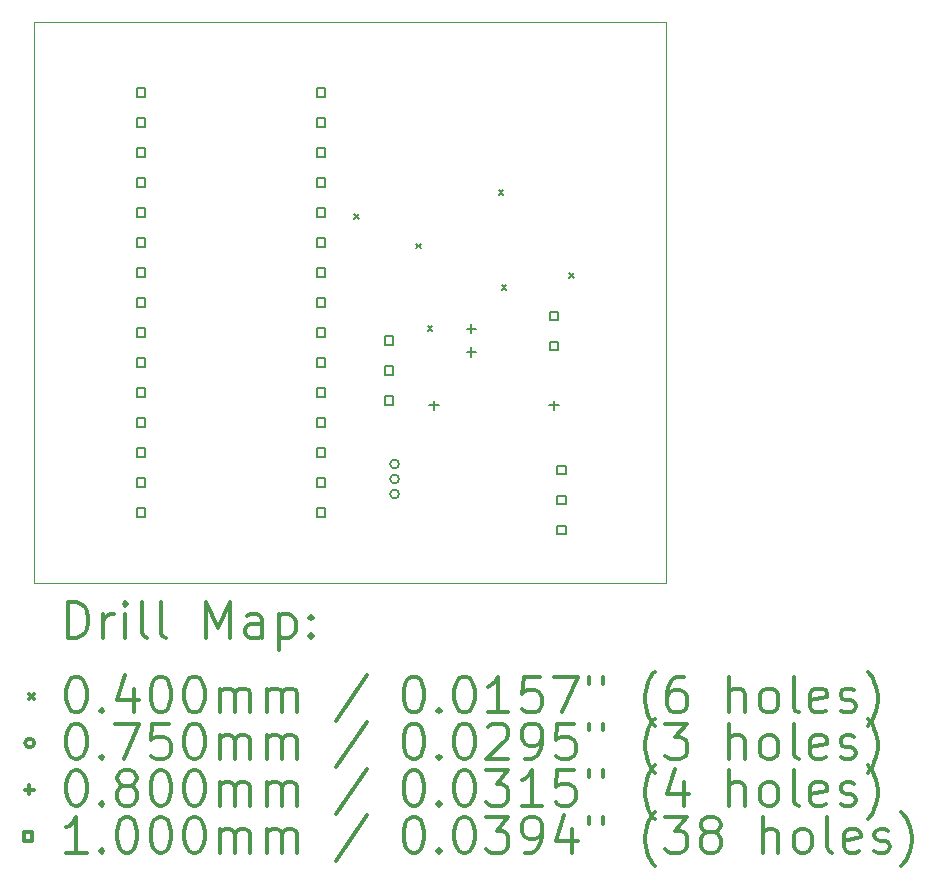
<source format=gbr>
%FSLAX45Y45*%
G04 Gerber Fmt 4.5, Leading zero omitted, Abs format (unit mm)*
G04 Created by KiCad (PCBNEW (5.1.10)-1) date 2021-11-22 17:18:16*
%MOMM*%
%LPD*%
G01*
G04 APERTURE LIST*
%TA.AperFunction,Profile*%
%ADD10C,0.050000*%
%TD*%
%ADD11C,0.200000*%
%ADD12C,0.300000*%
G04 APERTURE END LIST*
D10*
X12100000Y-12000000D02*
X12100000Y-7250000D01*
X17450000Y-12000000D02*
X12100000Y-12000000D01*
X17450000Y-7250000D02*
X17450000Y-12000000D01*
X12100000Y-7250000D02*
X17450000Y-7250000D01*
D11*
X14807499Y-8880000D02*
X14847499Y-8920000D01*
X14847499Y-8880000D02*
X14807499Y-8920000D01*
X15330000Y-9130000D02*
X15370000Y-9170000D01*
X15370000Y-9130000D02*
X15330000Y-9170000D01*
X15430000Y-9830000D02*
X15470000Y-9870000D01*
X15470000Y-9830000D02*
X15430000Y-9870000D01*
X16030000Y-8680000D02*
X16070000Y-8720000D01*
X16070000Y-8680000D02*
X16030000Y-8720000D01*
X16055000Y-9480000D02*
X16095000Y-9520000D01*
X16095000Y-9480000D02*
X16055000Y-9520000D01*
X16630000Y-9380000D02*
X16670000Y-9420000D01*
X16670000Y-9380000D02*
X16630000Y-9420000D01*
X15187500Y-10996000D02*
G75*
G03*
X15187500Y-10996000I-37500J0D01*
G01*
X15187500Y-11123000D02*
G75*
G03*
X15187500Y-11123000I-37500J0D01*
G01*
X15187500Y-11250000D02*
G75*
G03*
X15187500Y-11250000I-37500J0D01*
G01*
X15484000Y-10460000D02*
X15484000Y-10540000D01*
X15444000Y-10500000D02*
X15524000Y-10500000D01*
X15800000Y-9810000D02*
X15800000Y-9890000D01*
X15760000Y-9850000D02*
X15840000Y-9850000D01*
X15800000Y-10010000D02*
X15800000Y-10090000D01*
X15760000Y-10050000D02*
X15840000Y-10050000D01*
X16500000Y-10460000D02*
X16500000Y-10540000D01*
X16460000Y-10500000D02*
X16540000Y-10500000D01*
X13035356Y-7885356D02*
X13035356Y-7814644D01*
X12964644Y-7814644D01*
X12964644Y-7885356D01*
X13035356Y-7885356D01*
X13035356Y-8139356D02*
X13035356Y-8068644D01*
X12964644Y-8068644D01*
X12964644Y-8139356D01*
X13035356Y-8139356D01*
X13035356Y-8393356D02*
X13035356Y-8322644D01*
X12964644Y-8322644D01*
X12964644Y-8393356D01*
X13035356Y-8393356D01*
X13035356Y-8647356D02*
X13035356Y-8576644D01*
X12964644Y-8576644D01*
X12964644Y-8647356D01*
X13035356Y-8647356D01*
X13035356Y-8901356D02*
X13035356Y-8830644D01*
X12964644Y-8830644D01*
X12964644Y-8901356D01*
X13035356Y-8901356D01*
X13035356Y-9155356D02*
X13035356Y-9084644D01*
X12964644Y-9084644D01*
X12964644Y-9155356D01*
X13035356Y-9155356D01*
X13035356Y-9409356D02*
X13035356Y-9338644D01*
X12964644Y-9338644D01*
X12964644Y-9409356D01*
X13035356Y-9409356D01*
X13035356Y-9663356D02*
X13035356Y-9592644D01*
X12964644Y-9592644D01*
X12964644Y-9663356D01*
X13035356Y-9663356D01*
X13035356Y-9917356D02*
X13035356Y-9846644D01*
X12964644Y-9846644D01*
X12964644Y-9917356D01*
X13035356Y-9917356D01*
X13035356Y-10171356D02*
X13035356Y-10100644D01*
X12964644Y-10100644D01*
X12964644Y-10171356D01*
X13035356Y-10171356D01*
X13035356Y-10425356D02*
X13035356Y-10354644D01*
X12964644Y-10354644D01*
X12964644Y-10425356D01*
X13035356Y-10425356D01*
X13035356Y-10679356D02*
X13035356Y-10608644D01*
X12964644Y-10608644D01*
X12964644Y-10679356D01*
X13035356Y-10679356D01*
X13035356Y-10933356D02*
X13035356Y-10862644D01*
X12964644Y-10862644D01*
X12964644Y-10933356D01*
X13035356Y-10933356D01*
X13035356Y-11187356D02*
X13035356Y-11116644D01*
X12964644Y-11116644D01*
X12964644Y-11187356D01*
X13035356Y-11187356D01*
X13035356Y-11441356D02*
X13035356Y-11370644D01*
X12964644Y-11370644D01*
X12964644Y-11441356D01*
X13035356Y-11441356D01*
X14559356Y-7885356D02*
X14559356Y-7814644D01*
X14488644Y-7814644D01*
X14488644Y-7885356D01*
X14559356Y-7885356D01*
X14559356Y-8139356D02*
X14559356Y-8068644D01*
X14488644Y-8068644D01*
X14488644Y-8139356D01*
X14559356Y-8139356D01*
X14559356Y-8393356D02*
X14559356Y-8322644D01*
X14488644Y-8322644D01*
X14488644Y-8393356D01*
X14559356Y-8393356D01*
X14559356Y-8647356D02*
X14559356Y-8576644D01*
X14488644Y-8576644D01*
X14488644Y-8647356D01*
X14559356Y-8647356D01*
X14559356Y-8901356D02*
X14559356Y-8830644D01*
X14488644Y-8830644D01*
X14488644Y-8901356D01*
X14559356Y-8901356D01*
X14559356Y-9155356D02*
X14559356Y-9084644D01*
X14488644Y-9084644D01*
X14488644Y-9155356D01*
X14559356Y-9155356D01*
X14559356Y-9409356D02*
X14559356Y-9338644D01*
X14488644Y-9338644D01*
X14488644Y-9409356D01*
X14559356Y-9409356D01*
X14559356Y-9663356D02*
X14559356Y-9592644D01*
X14488644Y-9592644D01*
X14488644Y-9663356D01*
X14559356Y-9663356D01*
X14559356Y-9917356D02*
X14559356Y-9846644D01*
X14488644Y-9846644D01*
X14488644Y-9917356D01*
X14559356Y-9917356D01*
X14559356Y-10171356D02*
X14559356Y-10100644D01*
X14488644Y-10100644D01*
X14488644Y-10171356D01*
X14559356Y-10171356D01*
X14559356Y-10425356D02*
X14559356Y-10354644D01*
X14488644Y-10354644D01*
X14488644Y-10425356D01*
X14559356Y-10425356D01*
X14559356Y-10679356D02*
X14559356Y-10608644D01*
X14488644Y-10608644D01*
X14488644Y-10679356D01*
X14559356Y-10679356D01*
X14559356Y-10933356D02*
X14559356Y-10862644D01*
X14488644Y-10862644D01*
X14488644Y-10933356D01*
X14559356Y-10933356D01*
X14559356Y-11187356D02*
X14559356Y-11116644D01*
X14488644Y-11116644D01*
X14488644Y-11187356D01*
X14559356Y-11187356D01*
X14559356Y-11441356D02*
X14559356Y-11370644D01*
X14488644Y-11370644D01*
X14488644Y-11441356D01*
X14559356Y-11441356D01*
X15135356Y-9985356D02*
X15135356Y-9914644D01*
X15064644Y-9914644D01*
X15064644Y-9985356D01*
X15135356Y-9985356D01*
X15135356Y-10239356D02*
X15135356Y-10168644D01*
X15064644Y-10168644D01*
X15064644Y-10239356D01*
X15135356Y-10239356D01*
X15135356Y-10493356D02*
X15135356Y-10422644D01*
X15064644Y-10422644D01*
X15064644Y-10493356D01*
X15135356Y-10493356D01*
X16535356Y-9781356D02*
X16535356Y-9710644D01*
X16464644Y-9710644D01*
X16464644Y-9781356D01*
X16535356Y-9781356D01*
X16535356Y-10035356D02*
X16535356Y-9964644D01*
X16464644Y-9964644D01*
X16464644Y-10035356D01*
X16535356Y-10035356D01*
X16598356Y-11081356D02*
X16598356Y-11010644D01*
X16527644Y-11010644D01*
X16527644Y-11081356D01*
X16598356Y-11081356D01*
X16598356Y-11335356D02*
X16598356Y-11264644D01*
X16527644Y-11264644D01*
X16527644Y-11335356D01*
X16598356Y-11335356D01*
X16598356Y-11589356D02*
X16598356Y-11518644D01*
X16527644Y-11518644D01*
X16527644Y-11589356D01*
X16598356Y-11589356D01*
D12*
X12383928Y-12468214D02*
X12383928Y-12168214D01*
X12455357Y-12168214D01*
X12498214Y-12182500D01*
X12526786Y-12211071D01*
X12541071Y-12239643D01*
X12555357Y-12296786D01*
X12555357Y-12339643D01*
X12541071Y-12396786D01*
X12526786Y-12425357D01*
X12498214Y-12453929D01*
X12455357Y-12468214D01*
X12383928Y-12468214D01*
X12683928Y-12468214D02*
X12683928Y-12268214D01*
X12683928Y-12325357D02*
X12698214Y-12296786D01*
X12712500Y-12282500D01*
X12741071Y-12268214D01*
X12769643Y-12268214D01*
X12869643Y-12468214D02*
X12869643Y-12268214D01*
X12869643Y-12168214D02*
X12855357Y-12182500D01*
X12869643Y-12196786D01*
X12883928Y-12182500D01*
X12869643Y-12168214D01*
X12869643Y-12196786D01*
X13055357Y-12468214D02*
X13026786Y-12453929D01*
X13012500Y-12425357D01*
X13012500Y-12168214D01*
X13212500Y-12468214D02*
X13183928Y-12453929D01*
X13169643Y-12425357D01*
X13169643Y-12168214D01*
X13555357Y-12468214D02*
X13555357Y-12168214D01*
X13655357Y-12382500D01*
X13755357Y-12168214D01*
X13755357Y-12468214D01*
X14026786Y-12468214D02*
X14026786Y-12311071D01*
X14012500Y-12282500D01*
X13983928Y-12268214D01*
X13926786Y-12268214D01*
X13898214Y-12282500D01*
X14026786Y-12453929D02*
X13998214Y-12468214D01*
X13926786Y-12468214D01*
X13898214Y-12453929D01*
X13883928Y-12425357D01*
X13883928Y-12396786D01*
X13898214Y-12368214D01*
X13926786Y-12353929D01*
X13998214Y-12353929D01*
X14026786Y-12339643D01*
X14169643Y-12268214D02*
X14169643Y-12568214D01*
X14169643Y-12282500D02*
X14198214Y-12268214D01*
X14255357Y-12268214D01*
X14283928Y-12282500D01*
X14298214Y-12296786D01*
X14312500Y-12325357D01*
X14312500Y-12411071D01*
X14298214Y-12439643D01*
X14283928Y-12453929D01*
X14255357Y-12468214D01*
X14198214Y-12468214D01*
X14169643Y-12453929D01*
X14441071Y-12439643D02*
X14455357Y-12453929D01*
X14441071Y-12468214D01*
X14426786Y-12453929D01*
X14441071Y-12439643D01*
X14441071Y-12468214D01*
X14441071Y-12282500D02*
X14455357Y-12296786D01*
X14441071Y-12311071D01*
X14426786Y-12296786D01*
X14441071Y-12282500D01*
X14441071Y-12311071D01*
X12057500Y-12942500D02*
X12097500Y-12982500D01*
X12097500Y-12942500D02*
X12057500Y-12982500D01*
X12441071Y-12798214D02*
X12469643Y-12798214D01*
X12498214Y-12812500D01*
X12512500Y-12826786D01*
X12526786Y-12855357D01*
X12541071Y-12912500D01*
X12541071Y-12983929D01*
X12526786Y-13041071D01*
X12512500Y-13069643D01*
X12498214Y-13083929D01*
X12469643Y-13098214D01*
X12441071Y-13098214D01*
X12412500Y-13083929D01*
X12398214Y-13069643D01*
X12383928Y-13041071D01*
X12369643Y-12983929D01*
X12369643Y-12912500D01*
X12383928Y-12855357D01*
X12398214Y-12826786D01*
X12412500Y-12812500D01*
X12441071Y-12798214D01*
X12669643Y-13069643D02*
X12683928Y-13083929D01*
X12669643Y-13098214D01*
X12655357Y-13083929D01*
X12669643Y-13069643D01*
X12669643Y-13098214D01*
X12941071Y-12898214D02*
X12941071Y-13098214D01*
X12869643Y-12783929D02*
X12798214Y-12998214D01*
X12983928Y-12998214D01*
X13155357Y-12798214D02*
X13183928Y-12798214D01*
X13212500Y-12812500D01*
X13226786Y-12826786D01*
X13241071Y-12855357D01*
X13255357Y-12912500D01*
X13255357Y-12983929D01*
X13241071Y-13041071D01*
X13226786Y-13069643D01*
X13212500Y-13083929D01*
X13183928Y-13098214D01*
X13155357Y-13098214D01*
X13126786Y-13083929D01*
X13112500Y-13069643D01*
X13098214Y-13041071D01*
X13083928Y-12983929D01*
X13083928Y-12912500D01*
X13098214Y-12855357D01*
X13112500Y-12826786D01*
X13126786Y-12812500D01*
X13155357Y-12798214D01*
X13441071Y-12798214D02*
X13469643Y-12798214D01*
X13498214Y-12812500D01*
X13512500Y-12826786D01*
X13526786Y-12855357D01*
X13541071Y-12912500D01*
X13541071Y-12983929D01*
X13526786Y-13041071D01*
X13512500Y-13069643D01*
X13498214Y-13083929D01*
X13469643Y-13098214D01*
X13441071Y-13098214D01*
X13412500Y-13083929D01*
X13398214Y-13069643D01*
X13383928Y-13041071D01*
X13369643Y-12983929D01*
X13369643Y-12912500D01*
X13383928Y-12855357D01*
X13398214Y-12826786D01*
X13412500Y-12812500D01*
X13441071Y-12798214D01*
X13669643Y-13098214D02*
X13669643Y-12898214D01*
X13669643Y-12926786D02*
X13683928Y-12912500D01*
X13712500Y-12898214D01*
X13755357Y-12898214D01*
X13783928Y-12912500D01*
X13798214Y-12941071D01*
X13798214Y-13098214D01*
X13798214Y-12941071D02*
X13812500Y-12912500D01*
X13841071Y-12898214D01*
X13883928Y-12898214D01*
X13912500Y-12912500D01*
X13926786Y-12941071D01*
X13926786Y-13098214D01*
X14069643Y-13098214D02*
X14069643Y-12898214D01*
X14069643Y-12926786D02*
X14083928Y-12912500D01*
X14112500Y-12898214D01*
X14155357Y-12898214D01*
X14183928Y-12912500D01*
X14198214Y-12941071D01*
X14198214Y-13098214D01*
X14198214Y-12941071D02*
X14212500Y-12912500D01*
X14241071Y-12898214D01*
X14283928Y-12898214D01*
X14312500Y-12912500D01*
X14326786Y-12941071D01*
X14326786Y-13098214D01*
X14912500Y-12783929D02*
X14655357Y-13169643D01*
X15298214Y-12798214D02*
X15326786Y-12798214D01*
X15355357Y-12812500D01*
X15369643Y-12826786D01*
X15383928Y-12855357D01*
X15398214Y-12912500D01*
X15398214Y-12983929D01*
X15383928Y-13041071D01*
X15369643Y-13069643D01*
X15355357Y-13083929D01*
X15326786Y-13098214D01*
X15298214Y-13098214D01*
X15269643Y-13083929D01*
X15255357Y-13069643D01*
X15241071Y-13041071D01*
X15226786Y-12983929D01*
X15226786Y-12912500D01*
X15241071Y-12855357D01*
X15255357Y-12826786D01*
X15269643Y-12812500D01*
X15298214Y-12798214D01*
X15526786Y-13069643D02*
X15541071Y-13083929D01*
X15526786Y-13098214D01*
X15512500Y-13083929D01*
X15526786Y-13069643D01*
X15526786Y-13098214D01*
X15726786Y-12798214D02*
X15755357Y-12798214D01*
X15783928Y-12812500D01*
X15798214Y-12826786D01*
X15812500Y-12855357D01*
X15826786Y-12912500D01*
X15826786Y-12983929D01*
X15812500Y-13041071D01*
X15798214Y-13069643D01*
X15783928Y-13083929D01*
X15755357Y-13098214D01*
X15726786Y-13098214D01*
X15698214Y-13083929D01*
X15683928Y-13069643D01*
X15669643Y-13041071D01*
X15655357Y-12983929D01*
X15655357Y-12912500D01*
X15669643Y-12855357D01*
X15683928Y-12826786D01*
X15698214Y-12812500D01*
X15726786Y-12798214D01*
X16112500Y-13098214D02*
X15941071Y-13098214D01*
X16026786Y-13098214D02*
X16026786Y-12798214D01*
X15998214Y-12841071D01*
X15969643Y-12869643D01*
X15941071Y-12883929D01*
X16383928Y-12798214D02*
X16241071Y-12798214D01*
X16226786Y-12941071D01*
X16241071Y-12926786D01*
X16269643Y-12912500D01*
X16341071Y-12912500D01*
X16369643Y-12926786D01*
X16383928Y-12941071D01*
X16398214Y-12969643D01*
X16398214Y-13041071D01*
X16383928Y-13069643D01*
X16369643Y-13083929D01*
X16341071Y-13098214D01*
X16269643Y-13098214D01*
X16241071Y-13083929D01*
X16226786Y-13069643D01*
X16498214Y-12798214D02*
X16698214Y-12798214D01*
X16569643Y-13098214D01*
X16798214Y-12798214D02*
X16798214Y-12855357D01*
X16912500Y-12798214D02*
X16912500Y-12855357D01*
X17355357Y-13212500D02*
X17341071Y-13198214D01*
X17312500Y-13155357D01*
X17298214Y-13126786D01*
X17283928Y-13083929D01*
X17269643Y-13012500D01*
X17269643Y-12955357D01*
X17283928Y-12883929D01*
X17298214Y-12841071D01*
X17312500Y-12812500D01*
X17341071Y-12769643D01*
X17355357Y-12755357D01*
X17598214Y-12798214D02*
X17541071Y-12798214D01*
X17512500Y-12812500D01*
X17498214Y-12826786D01*
X17469643Y-12869643D01*
X17455357Y-12926786D01*
X17455357Y-13041071D01*
X17469643Y-13069643D01*
X17483928Y-13083929D01*
X17512500Y-13098214D01*
X17569643Y-13098214D01*
X17598214Y-13083929D01*
X17612500Y-13069643D01*
X17626786Y-13041071D01*
X17626786Y-12969643D01*
X17612500Y-12941071D01*
X17598214Y-12926786D01*
X17569643Y-12912500D01*
X17512500Y-12912500D01*
X17483928Y-12926786D01*
X17469643Y-12941071D01*
X17455357Y-12969643D01*
X17983928Y-13098214D02*
X17983928Y-12798214D01*
X18112500Y-13098214D02*
X18112500Y-12941071D01*
X18098214Y-12912500D01*
X18069643Y-12898214D01*
X18026786Y-12898214D01*
X17998214Y-12912500D01*
X17983928Y-12926786D01*
X18298214Y-13098214D02*
X18269643Y-13083929D01*
X18255357Y-13069643D01*
X18241071Y-13041071D01*
X18241071Y-12955357D01*
X18255357Y-12926786D01*
X18269643Y-12912500D01*
X18298214Y-12898214D01*
X18341071Y-12898214D01*
X18369643Y-12912500D01*
X18383928Y-12926786D01*
X18398214Y-12955357D01*
X18398214Y-13041071D01*
X18383928Y-13069643D01*
X18369643Y-13083929D01*
X18341071Y-13098214D01*
X18298214Y-13098214D01*
X18569643Y-13098214D02*
X18541071Y-13083929D01*
X18526786Y-13055357D01*
X18526786Y-12798214D01*
X18798214Y-13083929D02*
X18769643Y-13098214D01*
X18712500Y-13098214D01*
X18683928Y-13083929D01*
X18669643Y-13055357D01*
X18669643Y-12941071D01*
X18683928Y-12912500D01*
X18712500Y-12898214D01*
X18769643Y-12898214D01*
X18798214Y-12912500D01*
X18812500Y-12941071D01*
X18812500Y-12969643D01*
X18669643Y-12998214D01*
X18926786Y-13083929D02*
X18955357Y-13098214D01*
X19012500Y-13098214D01*
X19041071Y-13083929D01*
X19055357Y-13055357D01*
X19055357Y-13041071D01*
X19041071Y-13012500D01*
X19012500Y-12998214D01*
X18969643Y-12998214D01*
X18941071Y-12983929D01*
X18926786Y-12955357D01*
X18926786Y-12941071D01*
X18941071Y-12912500D01*
X18969643Y-12898214D01*
X19012500Y-12898214D01*
X19041071Y-12912500D01*
X19155357Y-13212500D02*
X19169643Y-13198214D01*
X19198214Y-13155357D01*
X19212500Y-13126786D01*
X19226786Y-13083929D01*
X19241071Y-13012500D01*
X19241071Y-12955357D01*
X19226786Y-12883929D01*
X19212500Y-12841071D01*
X19198214Y-12812500D01*
X19169643Y-12769643D01*
X19155357Y-12755357D01*
X12097500Y-13358500D02*
G75*
G03*
X12097500Y-13358500I-37500J0D01*
G01*
X12441071Y-13194214D02*
X12469643Y-13194214D01*
X12498214Y-13208500D01*
X12512500Y-13222786D01*
X12526786Y-13251357D01*
X12541071Y-13308500D01*
X12541071Y-13379929D01*
X12526786Y-13437071D01*
X12512500Y-13465643D01*
X12498214Y-13479929D01*
X12469643Y-13494214D01*
X12441071Y-13494214D01*
X12412500Y-13479929D01*
X12398214Y-13465643D01*
X12383928Y-13437071D01*
X12369643Y-13379929D01*
X12369643Y-13308500D01*
X12383928Y-13251357D01*
X12398214Y-13222786D01*
X12412500Y-13208500D01*
X12441071Y-13194214D01*
X12669643Y-13465643D02*
X12683928Y-13479929D01*
X12669643Y-13494214D01*
X12655357Y-13479929D01*
X12669643Y-13465643D01*
X12669643Y-13494214D01*
X12783928Y-13194214D02*
X12983928Y-13194214D01*
X12855357Y-13494214D01*
X13241071Y-13194214D02*
X13098214Y-13194214D01*
X13083928Y-13337071D01*
X13098214Y-13322786D01*
X13126786Y-13308500D01*
X13198214Y-13308500D01*
X13226786Y-13322786D01*
X13241071Y-13337071D01*
X13255357Y-13365643D01*
X13255357Y-13437071D01*
X13241071Y-13465643D01*
X13226786Y-13479929D01*
X13198214Y-13494214D01*
X13126786Y-13494214D01*
X13098214Y-13479929D01*
X13083928Y-13465643D01*
X13441071Y-13194214D02*
X13469643Y-13194214D01*
X13498214Y-13208500D01*
X13512500Y-13222786D01*
X13526786Y-13251357D01*
X13541071Y-13308500D01*
X13541071Y-13379929D01*
X13526786Y-13437071D01*
X13512500Y-13465643D01*
X13498214Y-13479929D01*
X13469643Y-13494214D01*
X13441071Y-13494214D01*
X13412500Y-13479929D01*
X13398214Y-13465643D01*
X13383928Y-13437071D01*
X13369643Y-13379929D01*
X13369643Y-13308500D01*
X13383928Y-13251357D01*
X13398214Y-13222786D01*
X13412500Y-13208500D01*
X13441071Y-13194214D01*
X13669643Y-13494214D02*
X13669643Y-13294214D01*
X13669643Y-13322786D02*
X13683928Y-13308500D01*
X13712500Y-13294214D01*
X13755357Y-13294214D01*
X13783928Y-13308500D01*
X13798214Y-13337071D01*
X13798214Y-13494214D01*
X13798214Y-13337071D02*
X13812500Y-13308500D01*
X13841071Y-13294214D01*
X13883928Y-13294214D01*
X13912500Y-13308500D01*
X13926786Y-13337071D01*
X13926786Y-13494214D01*
X14069643Y-13494214D02*
X14069643Y-13294214D01*
X14069643Y-13322786D02*
X14083928Y-13308500D01*
X14112500Y-13294214D01*
X14155357Y-13294214D01*
X14183928Y-13308500D01*
X14198214Y-13337071D01*
X14198214Y-13494214D01*
X14198214Y-13337071D02*
X14212500Y-13308500D01*
X14241071Y-13294214D01*
X14283928Y-13294214D01*
X14312500Y-13308500D01*
X14326786Y-13337071D01*
X14326786Y-13494214D01*
X14912500Y-13179929D02*
X14655357Y-13565643D01*
X15298214Y-13194214D02*
X15326786Y-13194214D01*
X15355357Y-13208500D01*
X15369643Y-13222786D01*
X15383928Y-13251357D01*
X15398214Y-13308500D01*
X15398214Y-13379929D01*
X15383928Y-13437071D01*
X15369643Y-13465643D01*
X15355357Y-13479929D01*
X15326786Y-13494214D01*
X15298214Y-13494214D01*
X15269643Y-13479929D01*
X15255357Y-13465643D01*
X15241071Y-13437071D01*
X15226786Y-13379929D01*
X15226786Y-13308500D01*
X15241071Y-13251357D01*
X15255357Y-13222786D01*
X15269643Y-13208500D01*
X15298214Y-13194214D01*
X15526786Y-13465643D02*
X15541071Y-13479929D01*
X15526786Y-13494214D01*
X15512500Y-13479929D01*
X15526786Y-13465643D01*
X15526786Y-13494214D01*
X15726786Y-13194214D02*
X15755357Y-13194214D01*
X15783928Y-13208500D01*
X15798214Y-13222786D01*
X15812500Y-13251357D01*
X15826786Y-13308500D01*
X15826786Y-13379929D01*
X15812500Y-13437071D01*
X15798214Y-13465643D01*
X15783928Y-13479929D01*
X15755357Y-13494214D01*
X15726786Y-13494214D01*
X15698214Y-13479929D01*
X15683928Y-13465643D01*
X15669643Y-13437071D01*
X15655357Y-13379929D01*
X15655357Y-13308500D01*
X15669643Y-13251357D01*
X15683928Y-13222786D01*
X15698214Y-13208500D01*
X15726786Y-13194214D01*
X15941071Y-13222786D02*
X15955357Y-13208500D01*
X15983928Y-13194214D01*
X16055357Y-13194214D01*
X16083928Y-13208500D01*
X16098214Y-13222786D01*
X16112500Y-13251357D01*
X16112500Y-13279929D01*
X16098214Y-13322786D01*
X15926786Y-13494214D01*
X16112500Y-13494214D01*
X16255357Y-13494214D02*
X16312500Y-13494214D01*
X16341071Y-13479929D01*
X16355357Y-13465643D01*
X16383928Y-13422786D01*
X16398214Y-13365643D01*
X16398214Y-13251357D01*
X16383928Y-13222786D01*
X16369643Y-13208500D01*
X16341071Y-13194214D01*
X16283928Y-13194214D01*
X16255357Y-13208500D01*
X16241071Y-13222786D01*
X16226786Y-13251357D01*
X16226786Y-13322786D01*
X16241071Y-13351357D01*
X16255357Y-13365643D01*
X16283928Y-13379929D01*
X16341071Y-13379929D01*
X16369643Y-13365643D01*
X16383928Y-13351357D01*
X16398214Y-13322786D01*
X16669643Y-13194214D02*
X16526786Y-13194214D01*
X16512500Y-13337071D01*
X16526786Y-13322786D01*
X16555357Y-13308500D01*
X16626786Y-13308500D01*
X16655357Y-13322786D01*
X16669643Y-13337071D01*
X16683928Y-13365643D01*
X16683928Y-13437071D01*
X16669643Y-13465643D01*
X16655357Y-13479929D01*
X16626786Y-13494214D01*
X16555357Y-13494214D01*
X16526786Y-13479929D01*
X16512500Y-13465643D01*
X16798214Y-13194214D02*
X16798214Y-13251357D01*
X16912500Y-13194214D02*
X16912500Y-13251357D01*
X17355357Y-13608500D02*
X17341071Y-13594214D01*
X17312500Y-13551357D01*
X17298214Y-13522786D01*
X17283928Y-13479929D01*
X17269643Y-13408500D01*
X17269643Y-13351357D01*
X17283928Y-13279929D01*
X17298214Y-13237071D01*
X17312500Y-13208500D01*
X17341071Y-13165643D01*
X17355357Y-13151357D01*
X17441071Y-13194214D02*
X17626786Y-13194214D01*
X17526786Y-13308500D01*
X17569643Y-13308500D01*
X17598214Y-13322786D01*
X17612500Y-13337071D01*
X17626786Y-13365643D01*
X17626786Y-13437071D01*
X17612500Y-13465643D01*
X17598214Y-13479929D01*
X17569643Y-13494214D01*
X17483928Y-13494214D01*
X17455357Y-13479929D01*
X17441071Y-13465643D01*
X17983928Y-13494214D02*
X17983928Y-13194214D01*
X18112500Y-13494214D02*
X18112500Y-13337071D01*
X18098214Y-13308500D01*
X18069643Y-13294214D01*
X18026786Y-13294214D01*
X17998214Y-13308500D01*
X17983928Y-13322786D01*
X18298214Y-13494214D02*
X18269643Y-13479929D01*
X18255357Y-13465643D01*
X18241071Y-13437071D01*
X18241071Y-13351357D01*
X18255357Y-13322786D01*
X18269643Y-13308500D01*
X18298214Y-13294214D01*
X18341071Y-13294214D01*
X18369643Y-13308500D01*
X18383928Y-13322786D01*
X18398214Y-13351357D01*
X18398214Y-13437071D01*
X18383928Y-13465643D01*
X18369643Y-13479929D01*
X18341071Y-13494214D01*
X18298214Y-13494214D01*
X18569643Y-13494214D02*
X18541071Y-13479929D01*
X18526786Y-13451357D01*
X18526786Y-13194214D01*
X18798214Y-13479929D02*
X18769643Y-13494214D01*
X18712500Y-13494214D01*
X18683928Y-13479929D01*
X18669643Y-13451357D01*
X18669643Y-13337071D01*
X18683928Y-13308500D01*
X18712500Y-13294214D01*
X18769643Y-13294214D01*
X18798214Y-13308500D01*
X18812500Y-13337071D01*
X18812500Y-13365643D01*
X18669643Y-13394214D01*
X18926786Y-13479929D02*
X18955357Y-13494214D01*
X19012500Y-13494214D01*
X19041071Y-13479929D01*
X19055357Y-13451357D01*
X19055357Y-13437071D01*
X19041071Y-13408500D01*
X19012500Y-13394214D01*
X18969643Y-13394214D01*
X18941071Y-13379929D01*
X18926786Y-13351357D01*
X18926786Y-13337071D01*
X18941071Y-13308500D01*
X18969643Y-13294214D01*
X19012500Y-13294214D01*
X19041071Y-13308500D01*
X19155357Y-13608500D02*
X19169643Y-13594214D01*
X19198214Y-13551357D01*
X19212500Y-13522786D01*
X19226786Y-13479929D01*
X19241071Y-13408500D01*
X19241071Y-13351357D01*
X19226786Y-13279929D01*
X19212500Y-13237071D01*
X19198214Y-13208500D01*
X19169643Y-13165643D01*
X19155357Y-13151357D01*
X12057500Y-13714500D02*
X12057500Y-13794500D01*
X12017500Y-13754500D02*
X12097500Y-13754500D01*
X12441071Y-13590214D02*
X12469643Y-13590214D01*
X12498214Y-13604500D01*
X12512500Y-13618786D01*
X12526786Y-13647357D01*
X12541071Y-13704500D01*
X12541071Y-13775929D01*
X12526786Y-13833071D01*
X12512500Y-13861643D01*
X12498214Y-13875929D01*
X12469643Y-13890214D01*
X12441071Y-13890214D01*
X12412500Y-13875929D01*
X12398214Y-13861643D01*
X12383928Y-13833071D01*
X12369643Y-13775929D01*
X12369643Y-13704500D01*
X12383928Y-13647357D01*
X12398214Y-13618786D01*
X12412500Y-13604500D01*
X12441071Y-13590214D01*
X12669643Y-13861643D02*
X12683928Y-13875929D01*
X12669643Y-13890214D01*
X12655357Y-13875929D01*
X12669643Y-13861643D01*
X12669643Y-13890214D01*
X12855357Y-13718786D02*
X12826786Y-13704500D01*
X12812500Y-13690214D01*
X12798214Y-13661643D01*
X12798214Y-13647357D01*
X12812500Y-13618786D01*
X12826786Y-13604500D01*
X12855357Y-13590214D01*
X12912500Y-13590214D01*
X12941071Y-13604500D01*
X12955357Y-13618786D01*
X12969643Y-13647357D01*
X12969643Y-13661643D01*
X12955357Y-13690214D01*
X12941071Y-13704500D01*
X12912500Y-13718786D01*
X12855357Y-13718786D01*
X12826786Y-13733071D01*
X12812500Y-13747357D01*
X12798214Y-13775929D01*
X12798214Y-13833071D01*
X12812500Y-13861643D01*
X12826786Y-13875929D01*
X12855357Y-13890214D01*
X12912500Y-13890214D01*
X12941071Y-13875929D01*
X12955357Y-13861643D01*
X12969643Y-13833071D01*
X12969643Y-13775929D01*
X12955357Y-13747357D01*
X12941071Y-13733071D01*
X12912500Y-13718786D01*
X13155357Y-13590214D02*
X13183928Y-13590214D01*
X13212500Y-13604500D01*
X13226786Y-13618786D01*
X13241071Y-13647357D01*
X13255357Y-13704500D01*
X13255357Y-13775929D01*
X13241071Y-13833071D01*
X13226786Y-13861643D01*
X13212500Y-13875929D01*
X13183928Y-13890214D01*
X13155357Y-13890214D01*
X13126786Y-13875929D01*
X13112500Y-13861643D01*
X13098214Y-13833071D01*
X13083928Y-13775929D01*
X13083928Y-13704500D01*
X13098214Y-13647357D01*
X13112500Y-13618786D01*
X13126786Y-13604500D01*
X13155357Y-13590214D01*
X13441071Y-13590214D02*
X13469643Y-13590214D01*
X13498214Y-13604500D01*
X13512500Y-13618786D01*
X13526786Y-13647357D01*
X13541071Y-13704500D01*
X13541071Y-13775929D01*
X13526786Y-13833071D01*
X13512500Y-13861643D01*
X13498214Y-13875929D01*
X13469643Y-13890214D01*
X13441071Y-13890214D01*
X13412500Y-13875929D01*
X13398214Y-13861643D01*
X13383928Y-13833071D01*
X13369643Y-13775929D01*
X13369643Y-13704500D01*
X13383928Y-13647357D01*
X13398214Y-13618786D01*
X13412500Y-13604500D01*
X13441071Y-13590214D01*
X13669643Y-13890214D02*
X13669643Y-13690214D01*
X13669643Y-13718786D02*
X13683928Y-13704500D01*
X13712500Y-13690214D01*
X13755357Y-13690214D01*
X13783928Y-13704500D01*
X13798214Y-13733071D01*
X13798214Y-13890214D01*
X13798214Y-13733071D02*
X13812500Y-13704500D01*
X13841071Y-13690214D01*
X13883928Y-13690214D01*
X13912500Y-13704500D01*
X13926786Y-13733071D01*
X13926786Y-13890214D01*
X14069643Y-13890214D02*
X14069643Y-13690214D01*
X14069643Y-13718786D02*
X14083928Y-13704500D01*
X14112500Y-13690214D01*
X14155357Y-13690214D01*
X14183928Y-13704500D01*
X14198214Y-13733071D01*
X14198214Y-13890214D01*
X14198214Y-13733071D02*
X14212500Y-13704500D01*
X14241071Y-13690214D01*
X14283928Y-13690214D01*
X14312500Y-13704500D01*
X14326786Y-13733071D01*
X14326786Y-13890214D01*
X14912500Y-13575929D02*
X14655357Y-13961643D01*
X15298214Y-13590214D02*
X15326786Y-13590214D01*
X15355357Y-13604500D01*
X15369643Y-13618786D01*
X15383928Y-13647357D01*
X15398214Y-13704500D01*
X15398214Y-13775929D01*
X15383928Y-13833071D01*
X15369643Y-13861643D01*
X15355357Y-13875929D01*
X15326786Y-13890214D01*
X15298214Y-13890214D01*
X15269643Y-13875929D01*
X15255357Y-13861643D01*
X15241071Y-13833071D01*
X15226786Y-13775929D01*
X15226786Y-13704500D01*
X15241071Y-13647357D01*
X15255357Y-13618786D01*
X15269643Y-13604500D01*
X15298214Y-13590214D01*
X15526786Y-13861643D02*
X15541071Y-13875929D01*
X15526786Y-13890214D01*
X15512500Y-13875929D01*
X15526786Y-13861643D01*
X15526786Y-13890214D01*
X15726786Y-13590214D02*
X15755357Y-13590214D01*
X15783928Y-13604500D01*
X15798214Y-13618786D01*
X15812500Y-13647357D01*
X15826786Y-13704500D01*
X15826786Y-13775929D01*
X15812500Y-13833071D01*
X15798214Y-13861643D01*
X15783928Y-13875929D01*
X15755357Y-13890214D01*
X15726786Y-13890214D01*
X15698214Y-13875929D01*
X15683928Y-13861643D01*
X15669643Y-13833071D01*
X15655357Y-13775929D01*
X15655357Y-13704500D01*
X15669643Y-13647357D01*
X15683928Y-13618786D01*
X15698214Y-13604500D01*
X15726786Y-13590214D01*
X15926786Y-13590214D02*
X16112500Y-13590214D01*
X16012500Y-13704500D01*
X16055357Y-13704500D01*
X16083928Y-13718786D01*
X16098214Y-13733071D01*
X16112500Y-13761643D01*
X16112500Y-13833071D01*
X16098214Y-13861643D01*
X16083928Y-13875929D01*
X16055357Y-13890214D01*
X15969643Y-13890214D01*
X15941071Y-13875929D01*
X15926786Y-13861643D01*
X16398214Y-13890214D02*
X16226786Y-13890214D01*
X16312500Y-13890214D02*
X16312500Y-13590214D01*
X16283928Y-13633071D01*
X16255357Y-13661643D01*
X16226786Y-13675929D01*
X16669643Y-13590214D02*
X16526786Y-13590214D01*
X16512500Y-13733071D01*
X16526786Y-13718786D01*
X16555357Y-13704500D01*
X16626786Y-13704500D01*
X16655357Y-13718786D01*
X16669643Y-13733071D01*
X16683928Y-13761643D01*
X16683928Y-13833071D01*
X16669643Y-13861643D01*
X16655357Y-13875929D01*
X16626786Y-13890214D01*
X16555357Y-13890214D01*
X16526786Y-13875929D01*
X16512500Y-13861643D01*
X16798214Y-13590214D02*
X16798214Y-13647357D01*
X16912500Y-13590214D02*
X16912500Y-13647357D01*
X17355357Y-14004500D02*
X17341071Y-13990214D01*
X17312500Y-13947357D01*
X17298214Y-13918786D01*
X17283928Y-13875929D01*
X17269643Y-13804500D01*
X17269643Y-13747357D01*
X17283928Y-13675929D01*
X17298214Y-13633071D01*
X17312500Y-13604500D01*
X17341071Y-13561643D01*
X17355357Y-13547357D01*
X17598214Y-13690214D02*
X17598214Y-13890214D01*
X17526786Y-13575929D02*
X17455357Y-13790214D01*
X17641071Y-13790214D01*
X17983928Y-13890214D02*
X17983928Y-13590214D01*
X18112500Y-13890214D02*
X18112500Y-13733071D01*
X18098214Y-13704500D01*
X18069643Y-13690214D01*
X18026786Y-13690214D01*
X17998214Y-13704500D01*
X17983928Y-13718786D01*
X18298214Y-13890214D02*
X18269643Y-13875929D01*
X18255357Y-13861643D01*
X18241071Y-13833071D01*
X18241071Y-13747357D01*
X18255357Y-13718786D01*
X18269643Y-13704500D01*
X18298214Y-13690214D01*
X18341071Y-13690214D01*
X18369643Y-13704500D01*
X18383928Y-13718786D01*
X18398214Y-13747357D01*
X18398214Y-13833071D01*
X18383928Y-13861643D01*
X18369643Y-13875929D01*
X18341071Y-13890214D01*
X18298214Y-13890214D01*
X18569643Y-13890214D02*
X18541071Y-13875929D01*
X18526786Y-13847357D01*
X18526786Y-13590214D01*
X18798214Y-13875929D02*
X18769643Y-13890214D01*
X18712500Y-13890214D01*
X18683928Y-13875929D01*
X18669643Y-13847357D01*
X18669643Y-13733071D01*
X18683928Y-13704500D01*
X18712500Y-13690214D01*
X18769643Y-13690214D01*
X18798214Y-13704500D01*
X18812500Y-13733071D01*
X18812500Y-13761643D01*
X18669643Y-13790214D01*
X18926786Y-13875929D02*
X18955357Y-13890214D01*
X19012500Y-13890214D01*
X19041071Y-13875929D01*
X19055357Y-13847357D01*
X19055357Y-13833071D01*
X19041071Y-13804500D01*
X19012500Y-13790214D01*
X18969643Y-13790214D01*
X18941071Y-13775929D01*
X18926786Y-13747357D01*
X18926786Y-13733071D01*
X18941071Y-13704500D01*
X18969643Y-13690214D01*
X19012500Y-13690214D01*
X19041071Y-13704500D01*
X19155357Y-14004500D02*
X19169643Y-13990214D01*
X19198214Y-13947357D01*
X19212500Y-13918786D01*
X19226786Y-13875929D01*
X19241071Y-13804500D01*
X19241071Y-13747357D01*
X19226786Y-13675929D01*
X19212500Y-13633071D01*
X19198214Y-13604500D01*
X19169643Y-13561643D01*
X19155357Y-13547357D01*
X12082856Y-14185856D02*
X12082856Y-14115144D01*
X12012144Y-14115144D01*
X12012144Y-14185856D01*
X12082856Y-14185856D01*
X12541071Y-14286214D02*
X12369643Y-14286214D01*
X12455357Y-14286214D02*
X12455357Y-13986214D01*
X12426786Y-14029071D01*
X12398214Y-14057643D01*
X12369643Y-14071929D01*
X12669643Y-14257643D02*
X12683928Y-14271929D01*
X12669643Y-14286214D01*
X12655357Y-14271929D01*
X12669643Y-14257643D01*
X12669643Y-14286214D01*
X12869643Y-13986214D02*
X12898214Y-13986214D01*
X12926786Y-14000500D01*
X12941071Y-14014786D01*
X12955357Y-14043357D01*
X12969643Y-14100500D01*
X12969643Y-14171929D01*
X12955357Y-14229071D01*
X12941071Y-14257643D01*
X12926786Y-14271929D01*
X12898214Y-14286214D01*
X12869643Y-14286214D01*
X12841071Y-14271929D01*
X12826786Y-14257643D01*
X12812500Y-14229071D01*
X12798214Y-14171929D01*
X12798214Y-14100500D01*
X12812500Y-14043357D01*
X12826786Y-14014786D01*
X12841071Y-14000500D01*
X12869643Y-13986214D01*
X13155357Y-13986214D02*
X13183928Y-13986214D01*
X13212500Y-14000500D01*
X13226786Y-14014786D01*
X13241071Y-14043357D01*
X13255357Y-14100500D01*
X13255357Y-14171929D01*
X13241071Y-14229071D01*
X13226786Y-14257643D01*
X13212500Y-14271929D01*
X13183928Y-14286214D01*
X13155357Y-14286214D01*
X13126786Y-14271929D01*
X13112500Y-14257643D01*
X13098214Y-14229071D01*
X13083928Y-14171929D01*
X13083928Y-14100500D01*
X13098214Y-14043357D01*
X13112500Y-14014786D01*
X13126786Y-14000500D01*
X13155357Y-13986214D01*
X13441071Y-13986214D02*
X13469643Y-13986214D01*
X13498214Y-14000500D01*
X13512500Y-14014786D01*
X13526786Y-14043357D01*
X13541071Y-14100500D01*
X13541071Y-14171929D01*
X13526786Y-14229071D01*
X13512500Y-14257643D01*
X13498214Y-14271929D01*
X13469643Y-14286214D01*
X13441071Y-14286214D01*
X13412500Y-14271929D01*
X13398214Y-14257643D01*
X13383928Y-14229071D01*
X13369643Y-14171929D01*
X13369643Y-14100500D01*
X13383928Y-14043357D01*
X13398214Y-14014786D01*
X13412500Y-14000500D01*
X13441071Y-13986214D01*
X13669643Y-14286214D02*
X13669643Y-14086214D01*
X13669643Y-14114786D02*
X13683928Y-14100500D01*
X13712500Y-14086214D01*
X13755357Y-14086214D01*
X13783928Y-14100500D01*
X13798214Y-14129071D01*
X13798214Y-14286214D01*
X13798214Y-14129071D02*
X13812500Y-14100500D01*
X13841071Y-14086214D01*
X13883928Y-14086214D01*
X13912500Y-14100500D01*
X13926786Y-14129071D01*
X13926786Y-14286214D01*
X14069643Y-14286214D02*
X14069643Y-14086214D01*
X14069643Y-14114786D02*
X14083928Y-14100500D01*
X14112500Y-14086214D01*
X14155357Y-14086214D01*
X14183928Y-14100500D01*
X14198214Y-14129071D01*
X14198214Y-14286214D01*
X14198214Y-14129071D02*
X14212500Y-14100500D01*
X14241071Y-14086214D01*
X14283928Y-14086214D01*
X14312500Y-14100500D01*
X14326786Y-14129071D01*
X14326786Y-14286214D01*
X14912500Y-13971929D02*
X14655357Y-14357643D01*
X15298214Y-13986214D02*
X15326786Y-13986214D01*
X15355357Y-14000500D01*
X15369643Y-14014786D01*
X15383928Y-14043357D01*
X15398214Y-14100500D01*
X15398214Y-14171929D01*
X15383928Y-14229071D01*
X15369643Y-14257643D01*
X15355357Y-14271929D01*
X15326786Y-14286214D01*
X15298214Y-14286214D01*
X15269643Y-14271929D01*
X15255357Y-14257643D01*
X15241071Y-14229071D01*
X15226786Y-14171929D01*
X15226786Y-14100500D01*
X15241071Y-14043357D01*
X15255357Y-14014786D01*
X15269643Y-14000500D01*
X15298214Y-13986214D01*
X15526786Y-14257643D02*
X15541071Y-14271929D01*
X15526786Y-14286214D01*
X15512500Y-14271929D01*
X15526786Y-14257643D01*
X15526786Y-14286214D01*
X15726786Y-13986214D02*
X15755357Y-13986214D01*
X15783928Y-14000500D01*
X15798214Y-14014786D01*
X15812500Y-14043357D01*
X15826786Y-14100500D01*
X15826786Y-14171929D01*
X15812500Y-14229071D01*
X15798214Y-14257643D01*
X15783928Y-14271929D01*
X15755357Y-14286214D01*
X15726786Y-14286214D01*
X15698214Y-14271929D01*
X15683928Y-14257643D01*
X15669643Y-14229071D01*
X15655357Y-14171929D01*
X15655357Y-14100500D01*
X15669643Y-14043357D01*
X15683928Y-14014786D01*
X15698214Y-14000500D01*
X15726786Y-13986214D01*
X15926786Y-13986214D02*
X16112500Y-13986214D01*
X16012500Y-14100500D01*
X16055357Y-14100500D01*
X16083928Y-14114786D01*
X16098214Y-14129071D01*
X16112500Y-14157643D01*
X16112500Y-14229071D01*
X16098214Y-14257643D01*
X16083928Y-14271929D01*
X16055357Y-14286214D01*
X15969643Y-14286214D01*
X15941071Y-14271929D01*
X15926786Y-14257643D01*
X16255357Y-14286214D02*
X16312500Y-14286214D01*
X16341071Y-14271929D01*
X16355357Y-14257643D01*
X16383928Y-14214786D01*
X16398214Y-14157643D01*
X16398214Y-14043357D01*
X16383928Y-14014786D01*
X16369643Y-14000500D01*
X16341071Y-13986214D01*
X16283928Y-13986214D01*
X16255357Y-14000500D01*
X16241071Y-14014786D01*
X16226786Y-14043357D01*
X16226786Y-14114786D01*
X16241071Y-14143357D01*
X16255357Y-14157643D01*
X16283928Y-14171929D01*
X16341071Y-14171929D01*
X16369643Y-14157643D01*
X16383928Y-14143357D01*
X16398214Y-14114786D01*
X16655357Y-14086214D02*
X16655357Y-14286214D01*
X16583928Y-13971929D02*
X16512500Y-14186214D01*
X16698214Y-14186214D01*
X16798214Y-13986214D02*
X16798214Y-14043357D01*
X16912500Y-13986214D02*
X16912500Y-14043357D01*
X17355357Y-14400500D02*
X17341071Y-14386214D01*
X17312500Y-14343357D01*
X17298214Y-14314786D01*
X17283928Y-14271929D01*
X17269643Y-14200500D01*
X17269643Y-14143357D01*
X17283928Y-14071929D01*
X17298214Y-14029071D01*
X17312500Y-14000500D01*
X17341071Y-13957643D01*
X17355357Y-13943357D01*
X17441071Y-13986214D02*
X17626786Y-13986214D01*
X17526786Y-14100500D01*
X17569643Y-14100500D01*
X17598214Y-14114786D01*
X17612500Y-14129071D01*
X17626786Y-14157643D01*
X17626786Y-14229071D01*
X17612500Y-14257643D01*
X17598214Y-14271929D01*
X17569643Y-14286214D01*
X17483928Y-14286214D01*
X17455357Y-14271929D01*
X17441071Y-14257643D01*
X17798214Y-14114786D02*
X17769643Y-14100500D01*
X17755357Y-14086214D01*
X17741071Y-14057643D01*
X17741071Y-14043357D01*
X17755357Y-14014786D01*
X17769643Y-14000500D01*
X17798214Y-13986214D01*
X17855357Y-13986214D01*
X17883928Y-14000500D01*
X17898214Y-14014786D01*
X17912500Y-14043357D01*
X17912500Y-14057643D01*
X17898214Y-14086214D01*
X17883928Y-14100500D01*
X17855357Y-14114786D01*
X17798214Y-14114786D01*
X17769643Y-14129071D01*
X17755357Y-14143357D01*
X17741071Y-14171929D01*
X17741071Y-14229071D01*
X17755357Y-14257643D01*
X17769643Y-14271929D01*
X17798214Y-14286214D01*
X17855357Y-14286214D01*
X17883928Y-14271929D01*
X17898214Y-14257643D01*
X17912500Y-14229071D01*
X17912500Y-14171929D01*
X17898214Y-14143357D01*
X17883928Y-14129071D01*
X17855357Y-14114786D01*
X18269643Y-14286214D02*
X18269643Y-13986214D01*
X18398214Y-14286214D02*
X18398214Y-14129071D01*
X18383928Y-14100500D01*
X18355357Y-14086214D01*
X18312500Y-14086214D01*
X18283928Y-14100500D01*
X18269643Y-14114786D01*
X18583928Y-14286214D02*
X18555357Y-14271929D01*
X18541071Y-14257643D01*
X18526786Y-14229071D01*
X18526786Y-14143357D01*
X18541071Y-14114786D01*
X18555357Y-14100500D01*
X18583928Y-14086214D01*
X18626786Y-14086214D01*
X18655357Y-14100500D01*
X18669643Y-14114786D01*
X18683928Y-14143357D01*
X18683928Y-14229071D01*
X18669643Y-14257643D01*
X18655357Y-14271929D01*
X18626786Y-14286214D01*
X18583928Y-14286214D01*
X18855357Y-14286214D02*
X18826786Y-14271929D01*
X18812500Y-14243357D01*
X18812500Y-13986214D01*
X19083928Y-14271929D02*
X19055357Y-14286214D01*
X18998214Y-14286214D01*
X18969643Y-14271929D01*
X18955357Y-14243357D01*
X18955357Y-14129071D01*
X18969643Y-14100500D01*
X18998214Y-14086214D01*
X19055357Y-14086214D01*
X19083928Y-14100500D01*
X19098214Y-14129071D01*
X19098214Y-14157643D01*
X18955357Y-14186214D01*
X19212500Y-14271929D02*
X19241071Y-14286214D01*
X19298214Y-14286214D01*
X19326786Y-14271929D01*
X19341071Y-14243357D01*
X19341071Y-14229071D01*
X19326786Y-14200500D01*
X19298214Y-14186214D01*
X19255357Y-14186214D01*
X19226786Y-14171929D01*
X19212500Y-14143357D01*
X19212500Y-14129071D01*
X19226786Y-14100500D01*
X19255357Y-14086214D01*
X19298214Y-14086214D01*
X19326786Y-14100500D01*
X19441071Y-14400500D02*
X19455357Y-14386214D01*
X19483928Y-14343357D01*
X19498214Y-14314786D01*
X19512500Y-14271929D01*
X19526786Y-14200500D01*
X19526786Y-14143357D01*
X19512500Y-14071929D01*
X19498214Y-14029071D01*
X19483928Y-14000500D01*
X19455357Y-13957643D01*
X19441071Y-13943357D01*
M02*

</source>
